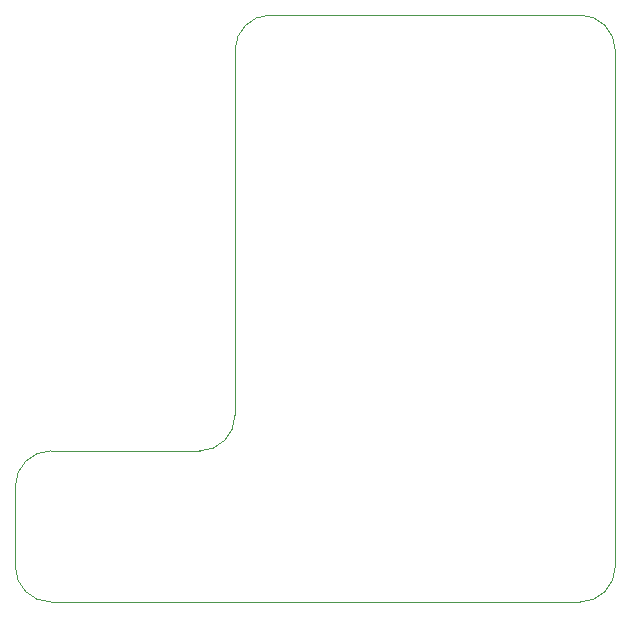
<source format=gbr>
%TF.GenerationSoftware,KiCad,Pcbnew,7.0.9*%
%TF.CreationDate,2023-12-08T14:14:16+01:00*%
%TF.ProjectId,E-paper adapter board,452d7061-7065-4722-9061-646170746572,rev?*%
%TF.SameCoordinates,Original*%
%TF.FileFunction,Profile,NP*%
%FSLAX46Y46*%
G04 Gerber Fmt 4.6, Leading zero omitted, Abs format (unit mm)*
G04 Created by KiCad (PCBNEW 7.0.9) date 2023-12-08 14:14:16*
%MOMM*%
%LPD*%
G01*
G04 APERTURE LIST*
%TA.AperFunction,Profile*%
%ADD10C,0.050000*%
%TD*%
G04 APERTURE END LIST*
D10*
X134400000Y-100000000D02*
X160600000Y-100000000D01*
X128400000Y-136900000D02*
G75*
G03*
X131400000Y-133900000I0J3000000D01*
G01*
X112800000Y-146700000D02*
G75*
G03*
X115800000Y-149700000I3000000J0D01*
G01*
X112800000Y-146700000D02*
X112800000Y-139900000D01*
X163600000Y-103000000D02*
X163600000Y-146700000D01*
X131400000Y-133900000D02*
X131400000Y-103000000D01*
X115800000Y-136900000D02*
X128400000Y-136900000D01*
X134400000Y-100000000D02*
G75*
G03*
X131400000Y-103000000I0J-3000000D01*
G01*
X115800000Y-136900000D02*
G75*
G03*
X112800000Y-139900000I0J-3000000D01*
G01*
X160600000Y-149700000D02*
X115800000Y-149700000D01*
X163600000Y-103000000D02*
G75*
G03*
X160600000Y-100000000I-3000000J0D01*
G01*
X160600000Y-149700000D02*
G75*
G03*
X163600000Y-146700000I0J3000000D01*
G01*
M02*

</source>
